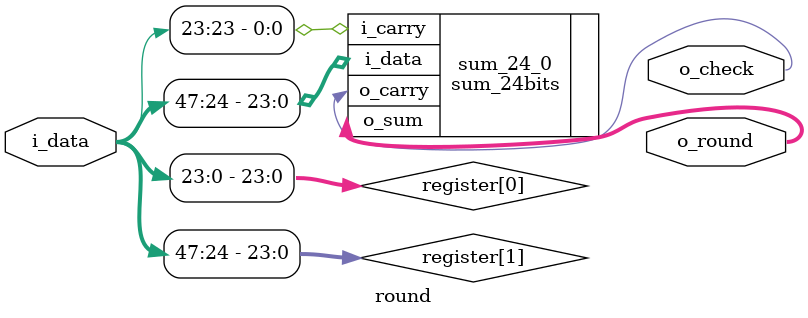
<source format=sv>
module round(
  input logic [47:0] i_data,
  
  output logic [23:0] o_round,
  output logic        o_check
);
  logic [23:0] register[1:0];
  
  logic [23:0] data;
  
  assign register[1] = i_data[47:24];
  assign register[0] = i_data[23:0];
  
  sum_24bits sum_24_0(
    .i_data  (register[1]),
    .i_carry (register[0][23]),
    .o_sum   (o_round),
    .o_carry (o_check)
  );
  
  //assign o_round = data[23:1];

endmodule
</source>
